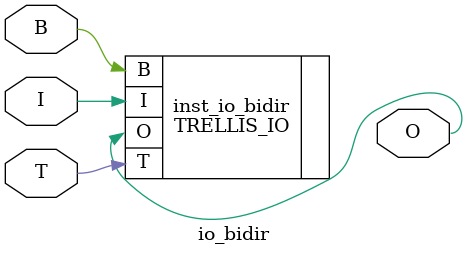
<source format=v>
`timescale 1ns / 1ps
module io_bidir (
	inout B,
	input I,
	input T,
	output O
);

TRELLIS_IO #(.DIR("BIDIR")) inst_io_bidir (
	.B,
	.I,
	.T,
	.O
);
endmodule

</source>
